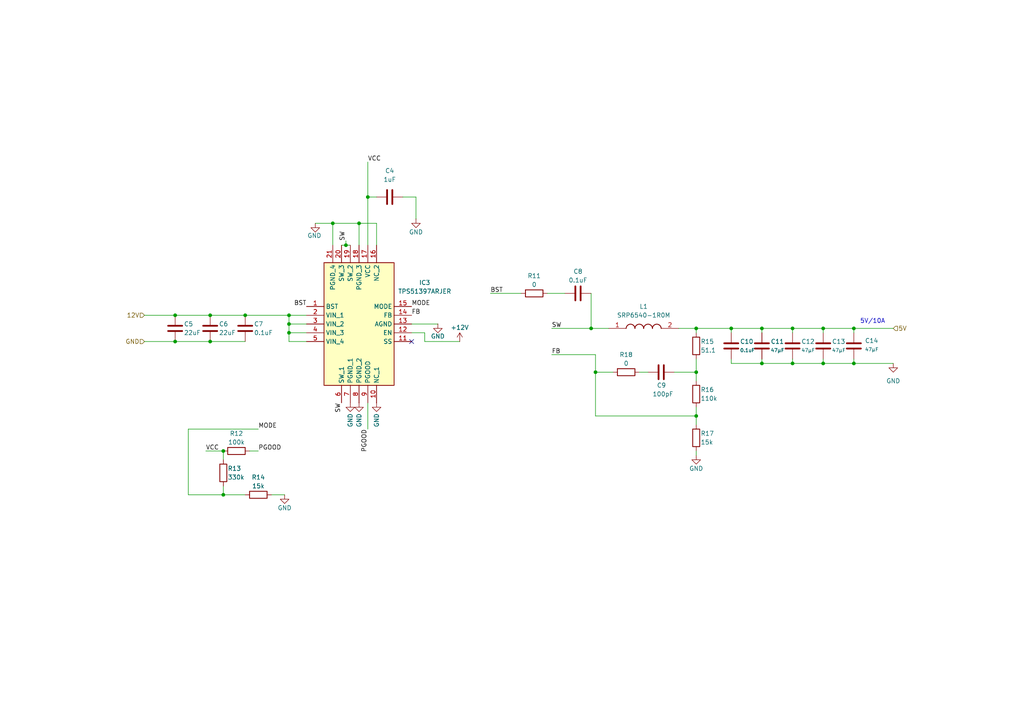
<source format=kicad_sch>
(kicad_sch (version 20231120) (generator "eeschema") (generator_version "8.0")
  (paper "A4")
  (title_block (title "Project_Healthbot_HAT") (date "2024-05-16") (rev "V0.1") (company "HAN Univeristy of Applied Sciences") (comment 1 "Marelle Vink"))
  (lib_symbols
    (symbol "Device:C" (pin_numbers hide) (pin_names (offset 0.254))
      (property "Reference" "C" (at 0.635 2.54 0))
      (property "Value" "C" (at 0.635 -2.54 0))
      (symbol "C_0_1"
        (polyline (pts (xy -2.032 -0.762) (xy 2.032 -0.762)) (stroke (width 0.508)))
        (polyline (pts (xy -2.032 0.762) (xy 2.032 0.762)) (stroke (width 0.508)))
      )
      (symbol "C_1_1"
        (pin passive line (at 0 3.81 270) (length 2.794) (name "~") (number "1"))
        (pin passive line (at 0 -3.81 90) (length 2.794) (name "~") (number "2"))
      )
    )
    (symbol "Device:R" (pin_numbers hide) (pin_names (offset 0))
      (property "Reference" "R" (at 2.032 0 90))
      (property "Value" "R" (at 0 0 90))
      (symbol "R_0_1"
        (rectangle (start -1.016 -2.54) (end 1.016 2.54) (stroke (width 0.254)))
      )
      (symbol "R_1_1"
        (pin passive line (at 0 3.81 270) (length 1.27) (name "~") (number "1"))
        (pin passive line (at 0 -3.81 90) (length 1.27) (name "~") (number "2"))
      )
    )
    (symbol "Healthbot-Symbols:SRP6540-1R0M" (pin_names hide)
      (property "Reference" "L" (at 16.51 6.35 0))
      (property "Value" "SRP6540-1R0M" (at 16.51 3.81 0))
      (symbol "SRP6540-1R0M_1_1"
        (arc (start 7.62 0) (mid 6.35 1.219) (end 5.08 0) (stroke (width 0.254)))
        (arc (start 10.16 0) (mid 8.89 1.219) (end 7.62 0) (stroke (width 0.254)))
        (arc (start 12.7 0) (mid 11.43 1.219) (end 10.16 0) (stroke (width 0.254)))
        (arc (start 15.24 0) (mid 13.97 1.219) (end 12.7 0) (stroke (width 0.254)))
        (pin passive line (at 0 0 0) (length 5.08) (name "1") (number "1"))
        (pin passive line (at 20.32 0 180) (length 5.08) (name "2") (number "2"))
      )
    )
    (symbol "Healthbot-Symbols:TPS51397ARJER"
      (property "Reference" "IC" (at 26.67 17.78 0))
      (property "Value" "TPS51397ARJER" (at 26.67 15.24 0))
      (symbol "TPS51397ARJER_1_1"
        (rectangle (start 5.08 12.7) (end 25.4 -22.86) (stroke (width 0.254)) (fill (type background)))
        (pin passive line (at 0 0 0) (length 5.08) (name "BST") (number "1"))
        (pin passive line (at 20.32 -27.94 90) (length 5.08) (name "NC_1") (number "10"))
        (pin passive line (at 30.48 -10.16 180) (length 5.08) (name "SS") (number "11"))
        (pin passive line (at 30.48 -7.62 180) (length 5.08) (name "EN") (number "12"))
        (pin passive line (at 30.48 -5.08 180) (length 5.08) (name "AGND") (number "13"))
        (pin passive line (at 30.48 -2.54 180) (length 5.08) (name "FB") (number "14"))
        (pin passive line (at 30.48 0 180) (length 5.08) (name "MODE") (number "15"))
        (pin passive line (at 20.32 17.78 270) (length 5.08) (name "NC_2") (number "16"))
        (pin passive line (at 17.78 17.78 270) (length 5.08) (name "VCC") (number "17"))
        (pin passive line (at 15.24 17.78 270) (length 5.08) (name "PGND_3") (number "18"))
        (pin passive line (at 12.7 17.78 270) (length 5.08) (name "SW_2") (number "19"))
        (pin passive line (at 0 -2.54 0) (length 5.08) (name "VIN_1") (number "2"))
        (pin passive line (at 10.16 17.78 270) (length 5.08) (name "SW_3") (number "20"))
        (pin passive line (at 7.62 17.78 270) (length 5.08) (name "PGND_4") (number "21"))
        (pin passive line (at 0 -5.08 0) (length 5.08) (name "VIN_2") (number "3"))
        (pin passive line (at 0 -7.62 0) (length 5.08) (name "VIN_3") (number "4"))
        (pin passive line (at 0 -10.16 0) (length 5.08) (name "VIN_4") (number "5"))
        (pin passive line (at 10.16 -27.94 90) (length 5.08) (name "SW_1") (number "6"))
        (pin passive line (at 12.7 -27.94 90) (length 5.08) (name "PGND_1") (number "7"))
        (pin passive line (at 15.24 -27.94 90) (length 5.08) (name "PGND_2") (number "8"))
        (pin passive line (at 17.78 -27.94 90) (length 5.08) (name "PGOOD") (number "9"))
      )
    )
    (symbol "power:+12V" (power) (pin_numbers hide) (pin_names (offset 0) hide)
      (property "Value" "+12V" (at 0 3.556 0))
      (symbol "+12V_0_1"
        (polyline (pts (xy -0.762 1.27) (xy 0 2.54)))
        (polyline (pts (xy 0 0) (xy 0 2.54)))
        (polyline (pts (xy 0 2.54) (xy 0.762 1.27)))
      )
      (symbol "+12V_1_1"
        (pin power_in line (at 0 0 90) (length 0) (name "~") (number "1"))
      )
    )
    (symbol "power:GND" (power) (pin_numbers hide) (pin_names (offset 0) hide)
      (property "Value" "GND" (at 0 -3.81 0))
      (symbol "GND_0_1"
        (polyline (pts (xy 0 0) (xy 0 -1.27) (xy 1.27 -1.27) (xy 0 -2.54) (xy -1.27 -1.27) (xy 0 -1.27)))
      )
      (symbol "GND_1_1"
        (pin power_in line (at 0 0 270) (length 0) (name "~") (number "1"))
      )
    )
  )
  (junction (at 229.87 95.25))
  (junction (at 83.82 96.52))
  (junction (at 71.12 91.44))
  (junction (at 64.77 143.51))
  (junction (at 247.65 95.25))
  (junction (at 83.82 91.44))
  (junction (at 50.8 99.06))
  (junction (at 172.72 107.95))
  (junction (at 50.8 91.44))
  (junction (at 104.14 64.77))
  (junction (at 238.76 95.25))
  (junction (at 201.93 120.65))
  (junction (at 96.52 64.77))
  (junction (at 201.93 107.95))
  (junction (at 64.77 130.81))
  (junction (at 83.82 93.98))
  (junction (at 212.09 95.25))
  (junction (at 201.93 95.25))
  (junction (at 247.65 105.41))
  (junction (at 100.33 71.12))
  (junction (at 238.76 105.41))
  (junction (at 60.96 99.06))
  (junction (at 106.68 57.15))
  (junction (at 229.87 105.41))
  (junction (at 220.98 95.25))
  (junction (at 60.96 91.44))
  (junction (at 220.98 105.41))
  (junction (at 171.45 95.25))
  (no_connect (at 119.38 99.06))
  (wire (pts (xy 96.52 64.77) (xy 104.14 64.77)))
  (wire (pts (xy 172.72 102.87) (xy 172.72 107.95)))
  (wire (pts (xy 41.91 91.44) (xy 50.8 91.44)))
  (wire (pts (xy 172.72 107.95) (xy 172.72 120.65)))
  (wire (pts (xy 60.96 91.44) (xy 71.12 91.44)))
  (wire (pts (xy 212.09 95.25) (xy 212.09 96.52)))
  (wire (pts (xy 64.77 143.51) (xy 71.12 143.51)))
  (wire (pts (xy 171.45 95.25) (xy 176.53 95.25)))
  (wire (pts (xy 172.72 120.65) (xy 201.93 120.65)))
  (wire (pts (xy 229.87 95.25) (xy 229.87 96.52)))
  (wire (pts (xy 220.98 104.14) (xy 220.98 105.41)))
  (wire (pts (xy 123.19 99.06) (xy 123.19 96.52)))
  (wire (pts (xy 41.91 99.06) (xy 50.8 99.06)))
  (wire (pts (xy 91.44 64.77) (xy 96.52 64.77)))
  (wire (pts (xy 160.02 102.87) (xy 172.72 102.87)))
  (wire (pts (xy 123.19 99.06) (xy 133.35 99.06)))
  (wire (pts (xy 220.98 95.25) (xy 220.98 96.52)))
  (wire (pts (xy 99.06 71.12) (xy 100.33 71.12)))
  (wire (pts (xy 83.82 91.44) (xy 83.82 93.98)))
  (wire (pts (xy 196.85 95.25) (xy 201.93 95.25)))
  (wire (pts (xy 201.93 120.65) (xy 201.93 123.19)))
  (wire (pts (xy 212.09 104.14) (xy 212.09 105.41)))
  (wire (pts (xy 229.87 95.25) (xy 238.76 95.25)))
  (wire (pts (xy 201.93 95.25) (xy 201.93 96.52)))
  (wire (pts (xy 142.24 85.09) (xy 151.13 85.09)))
  (wire (pts (xy 238.76 95.25) (xy 247.65 95.25)))
  (wire (pts (xy 106.68 124.46) (xy 106.68 116.84)))
  (wire (pts (xy 247.65 95.25) (xy 247.65 96.52)))
  (wire (pts (xy 104.14 64.77) (xy 109.22 64.77)))
  (wire (pts (xy 83.82 93.98) (xy 83.82 96.52)))
  (wire (pts (xy 259.08 105.41) (xy 247.65 105.41)))
  (wire (pts (xy 109.22 57.15) (xy 106.68 57.15)))
  (wire (pts (xy 185.42 107.95) (xy 187.96 107.95)))
  (wire (pts (xy 201.93 107.95) (xy 201.93 110.49)))
  (wire (pts (xy 201.93 104.14) (xy 201.93 107.95)))
  (wire (pts (xy 201.93 120.65) (xy 201.93 118.11)))
  (wire (pts (xy 64.77 130.81) (xy 64.77 133.35)))
  (wire (pts (xy 238.76 104.14) (xy 238.76 105.41)))
  (wire (pts (xy 104.14 64.77) (xy 104.14 71.12)))
  (wire (pts (xy 106.68 46.99) (xy 106.68 57.15)))
  (wire (pts (xy 120.65 63.5) (xy 120.65 57.15)))
  (wire (pts (xy 71.12 91.44) (xy 83.82 91.44)))
  (wire (pts (xy 83.82 96.52) (xy 88.9 96.52)))
  (wire (pts (xy 83.82 99.06) (xy 88.9 99.06)))
  (wire (pts (xy 72.39 130.81) (xy 74.93 130.81)))
  (wire (pts (xy 238.76 95.25) (xy 238.76 96.52)))
  (wire (pts (xy 59.69 130.81) (xy 64.77 130.81)))
  (wire (pts (xy 195.58 107.95) (xy 201.93 107.95)))
  (wire (pts (xy 50.8 99.06) (xy 60.96 99.06)))
  (wire (pts (xy 101.6 71.12) (xy 100.33 71.12)))
  (wire (pts (xy 82.55 143.51) (xy 78.74 143.51)))
  (wire (pts (xy 229.87 104.14) (xy 229.87 105.41)))
  (wire (pts (xy 247.65 95.25) (xy 259.08 95.25)))
  (wire (pts (xy 83.82 96.52) (xy 83.82 99.06)))
  (wire (pts (xy 220.98 105.41) (xy 229.87 105.41)))
  (wire (pts (xy 123.19 96.52) (xy 119.38 96.52)))
  (wire (pts (xy 201.93 130.81) (xy 201.93 132.08)))
  (wire (pts (xy 54.61 124.46) (xy 54.61 143.51)))
  (wire (pts (xy 212.09 95.25) (xy 220.98 95.25)))
  (wire (pts (xy 64.77 140.97) (xy 64.77 143.51)))
  (wire (pts (xy 83.82 91.44) (xy 88.9 91.44)))
  (wire (pts (xy 109.22 71.12) (xy 109.22 64.77)))
  (wire (pts (xy 127 93.98) (xy 119.38 93.98)))
  (wire (pts (xy 83.82 93.98) (xy 88.9 93.98)))
  (wire (pts (xy 220.98 95.25) (xy 229.87 95.25)))
  (wire (pts (xy 171.45 85.09) (xy 171.45 95.25)))
  (wire (pts (xy 229.87 105.41) (xy 238.76 105.41)))
  (wire (pts (xy 96.52 64.77) (xy 96.52 71.12)))
  (wire (pts (xy 54.61 143.51) (xy 64.77 143.51)))
  (wire (pts (xy 74.93 124.46) (xy 54.61 124.46)))
  (wire (pts (xy 247.65 104.14) (xy 247.65 105.41)))
  (wire (pts (xy 201.93 95.25) (xy 212.09 95.25)))
  (wire (pts (xy 120.65 57.15) (xy 116.84 57.15)))
  (wire (pts (xy 212.09 105.41) (xy 220.98 105.41)))
  (wire (pts (xy 160.02 95.25) (xy 171.45 95.25)))
  (wire (pts (xy 100.33 71.12) (xy 100.33 69.85)))
  (wire (pts (xy 106.68 57.15) (xy 106.68 71.12)))
  (wire (pts (xy 172.72 107.95) (xy 177.8 107.95)))
  (wire (pts (xy 238.76 105.41) (xy 247.65 105.41)))
  (wire (pts (xy 158.75 85.09) (xy 163.83 85.09)))
  (wire (pts (xy 50.8 91.44) (xy 60.96 91.44)))
  (wire (pts (xy 60.96 99.06) (xy 71.12 99.06)))
  (text "5V/10A" (at 249.428 93.98 0) (effects (font (size 1.27 1.27)) (justify left bottom)))
  (label "FB" (at 119.38 91.44 0))
  (label "SW" (at 99.06 116.84 270))
  (label "VCC" (at 59.69 130.81 0))
  (label "PGOOD" (at 74.93 130.81 0))
  (label "MODE" (at 119.38 88.9 0))
  (label "PGOOD" (at 106.68 124.46 270))
  (label "MODE" (at 74.93 124.46 0))
  (label "FB" (at 160.02 102.87 0))
  (label "VCC" (at 106.68 46.99 0))
  (label "BST" (at 142.24 85.09 0))
  (label "BST" (at 88.9 88.9 180))
  (label "SW" (at 160.02 95.25 0))
  (label "SW" (at 100.33 69.85 90))
  (hierarchical_label "5V" (shape input) (at 259.08 95.25 0))
  (hierarchical_label "GND" (shape input) (at 41.91 99.06 180))
  (hierarchical_label "12V" (shape input) (at 41.91 91.44 180))
  (symbol (lib_id "power:GND") (at 259.08 105.41 0) (unit 1)
    (property "Reference" "#PWR058" (effects (hide yes)))
    (property "Value" "GND" (at 259.08 110.49 0))
    (property "Description" "Power symbol creates a global label with name \"GND\" , ground" (effects (hide yes)))
  )
  (symbol (lib_id "Device:C") (at 71.12 95.25 0) (unit 1)
    (property "Reference" "C7" (at 73.66 93.98 0) (effects (justify left)))
    (property "Value" "0.1uF" (at 73.66 96.52 0) (effects (justify left)))
    (property "Footprint" "Capacitor_SMD:C_0603_1608Metric_Pad1.08x0.95mm_HandSolder" (effects (hide yes)))
  )
  (symbol (lib_id "Device:R") (at 201.93 100.33 0) (unit 1)
    (property "Reference" "R15" (at 203.2 99.06 0) (effects (justify left)))
    (property "Value" "51.1" (at 203.2 101.6 0) (effects (justify left)))
    (property "Footprint" "Resistor_SMD:R_0603_1608Metric_Pad0.98x0.95mm_HandSolder" (effects (hide yes)))
  )
  (symbol (lib_id "power:GND") (at 109.22 116.84 0) (unit 1)
    (property "Reference" "#PWR046" (effects (hide yes)))
    (property "Value" "GND" (at 109.22 121.92 90))
    (property "Description" "Power symbol creates a global label with name \"GND\" , ground" (effects (hide yes)))
  )
  (symbol (lib_id "Device:C") (at 50.8 95.25 0) (unit 1)
    (property "Reference" "C5" (at 53.34 93.98 0) (effects (justify left)))
    (property "Value" "22uF" (at 53.34 96.52 0) (effects (justify left)))
    (property "Footprint" "Capacitor_SMD:C_0603_1608Metric_Pad1.08x0.95mm_HandSolder" (effects (hide yes)))
  )
  (symbol (lib_id "Device:R") (at 201.93 114.3 0) (unit 1)
    (property "Reference" "R16" (at 203.2 113.03 0) (effects (justify left)))
    (property "Value" "110k" (at 203.2 115.57 0) (effects (justify left)))
    (property "Footprint" "Resistor_SMD:R_0603_1608Metric_Pad0.98x0.95mm_HandSolder" (effects (hide yes)))
  )
  (symbol (lib_id "Device:C") (at 212.09 100.33 0) (unit 1)
    (property "Reference" "C10" (at 214.63 99.06 0) (effects (justify left)))
    (property "Value" "0.1uF" (at 214.63 101.6 0) (effects (font (size 1 1)) (justify left)))
    (property "Footprint" "Capacitor_SMD:C_0603_1608Metric_Pad1.08x0.95mm_HandSolder" (effects (hide yes)))
  )
  (symbol (lib_id "Healthbot-Symbols:TPS51397ARJER") (at 88.9 88.9 0) (unit 1)
    (property "Reference" "IC3" (at 123.19 81.9719 0))
    (property "Value" "TPS51397ARJER" (at 123.19 84.5119 0))
    (property "Footprint" "Healthbot-Footprints:QFN45P300X300X100-21N-D" (effects (hide yes)))
    (property "Datasheet" "https://www.ti.com/lit/gpn/tps51397a?HQS=ti-null-null-sf-df-pf-sep-wwe&DCM=yes" (effects (hide yes)))
    (property "Height" "1" (effects (hide yes)))
    (property "Mouser Part Number" "595-TPS51397ARJER" (effects (hide yes)))
    (property "Mouser Price/Stock" "https://www.mouser.co.uk/ProductDetail/Texas-Instruments/TPS51397ARJER?qs=zW32dvEIR3tVIiXzefAlYA%3D%3D" (effects (hide yes)))
    (property "Manufacturer_Name" "Texas Instruments" (effects (hide yes)))
    (property "Manufacturer_Part_Number" "TPS51397ARJER" (effects (hide yes)))
  )
  (symbol (lib_id "power:GND") (at 120.65 63.5 0) (unit 1)
    (property "Reference" "#PWR052" (effects (hide yes)))
    (property "Value" "GND" (at 120.65 67.31 0))
    (property "Description" "Power symbol creates a global label with name \"GND\" , ground" (effects (hide yes)))
  )
  (symbol (lib_id "Device:C") (at 60.96 95.25 0) (unit 1)
    (property "Reference" "C6" (at 63.5 93.98 0) (effects (justify left)))
    (property "Value" "22uF" (at 63.5 96.52 0) (effects (justify left)))
    (property "Footprint" "Capacitor_SMD:C_0603_1608Metric_Pad1.08x0.95mm_HandSolder" (effects (hide yes)))
  )
  (symbol (lib_id "Device:R") (at 201.93 127 0) (unit 1)
    (property "Reference" "R17" (at 203.2 125.73 0) (effects (justify left)))
    (property "Value" "15k" (at 203.2 128.27 0) (effects (justify left)))
    (property "Footprint" "Resistor_SMD:R_0603_1608Metric_Pad0.98x0.95mm_HandSolder" (effects (hide yes)))
  )
  (symbol (lib_id "power:GND") (at 201.93 132.08 0) (unit 1)
    (property "Reference" "#PWR059" (effects (hide yes)))
    (property "Value" "GND" (at 201.93 135.89 0))
    (property "Description" "Power symbol creates a global label with name \"GND\" , ground" (effects (hide yes)))
  )
  (symbol (lib_id "power:GND") (at 82.55 143.51 0) (unit 1)
    (property "Reference" "#PWR056" (effects (hide yes)))
    (property "Value" "GND" (at 82.55 147.32 0))
    (property "Description" "Power symbol creates a global label with name \"GND\" , ground" (effects (hide yes)))
  )
  (symbol (lib_id "Device:R") (at 154.94 85.09 90) (unit 1)
    (property "Reference" "R11" (at 154.94 80.01 90))
    (property "Value" "0" (at 154.94 82.55 90))
    (property "Footprint" "Resistor_SMD:R_0603_1608Metric_Pad0.98x0.95mm_HandSolder" (effects (hide yes)))
  )
  (symbol (lib_id "Device:C") (at 220.98 100.33 0) (unit 1)
    (property "Reference" "C11" (at 223.52 99.06 0) (effects (justify left)))
    (property "Value" "47µF" (at 223.52 101.6 0) (effects (font (size 1 1)) (justify left)))
    (property "Footprint" "Capacitor_SMD:C_0603_1608Metric_Pad1.08x0.95mm_HandSolder" (effects (hide yes)))
  )
  (symbol (lib_id "Device:R") (at 74.93 143.51 90) (unit 1)
    (property "Reference" "R14" (at 74.93 138.43 90))
    (property "Value" "15k" (at 74.93 140.97 90))
    (property "Footprint" "Resistor_SMD:R_0603_1608Metric_Pad0.98x0.95mm_HandSolder" (effects (hide yes)))
  )
  (symbol (lib_id "power:GND") (at 127 93.98 0) (unit 1)
    (property "Reference" "#PWR050" (effects (hide yes)))
    (property "Value" "GND" (at 129.032 97.536 0) (effects (justify right)))
    (property "Description" "Power symbol creates a global label with name \"GND\" , ground" (effects (hide yes)))
  )
  (symbol (lib_id "Device:C") (at 113.03 57.15 90) (unit 1)
    (property "Reference" "C4" (at 113.03 49.53 90))
    (property "Value" "1uF" (at 113.03 52.07 90))
    (property "Footprint" "Capacitor_SMD:C_0603_1608Metric_Pad1.08x0.95mm_HandSolder" (effects (hide yes)))
  )
  (symbol (lib_id "Device:R") (at 68.58 130.81 90) (unit 1)
    (property "Reference" "R12" (at 68.58 125.73 90))
    (property "Value" "100k" (at 68.58 128.27 90))
    (property "Footprint" "Resistor_SMD:R_0603_1608Metric_Pad0.98x0.95mm_HandSolder" (effects (hide yes)))
  )
  (symbol (lib_id "power:+12V") (at 133.35 99.06 0) (unit 1)
    (property "Reference" "#PWR060" (effects (hide yes)))
    (property "Value" "+12V" (at 133.35 94.996 0))
    (property "Description" "Power symbol creates a global label with name \"+12V\"" (effects (hide yes)))
  )
  (symbol (lib_id "Device:R") (at 64.77 137.16 0) (unit 1)
    (property "Reference" "R13" (at 66.04 135.89 0) (effects (justify left)))
    (property "Value" "330k" (at 66.04 138.43 0) (effects (justify left)))
    (property "Footprint" "Resistor_SMD:R_0603_1608Metric_Pad0.98x0.95mm_HandSolder" (effects (hide yes)))
  )
  (symbol (lib_id "Device:C") (at 229.87 100.33 0) (unit 1)
    (property "Reference" "C12" (at 232.41 99.06 0) (effects (justify left)))
    (property "Value" "47µF" (at 232.41 101.6 0) (effects (font (size 1 1)) (justify left)))
    (property "Footprint" "Capacitor_SMD:C_0603_1608Metric_Pad1.08x0.95mm_HandSolder" (effects (hide yes)))
  )
  (symbol (lib_id "power:GND") (at 91.44 64.77 0) (unit 1)
    (property "Reference" "#PWR049" (effects (hide yes)))
    (property "Value" "GND" (at 91.186 68.326 0))
    (property "Description" "Power symbol creates a global label with name \"GND\" , ground" (effects (hide yes)))
  )
  (symbol (lib_id "power:GND") (at 101.6 116.84 0) (unit 1)
    (property "Reference" "#PWR048" (effects (hide yes)))
    (property "Value" "GND" (at 101.6 121.92 90))
    (property "Description" "Power symbol creates a global label with name \"GND\" , ground" (effects (hide yes)))
  )
  (symbol (lib_id "Device:C") (at 247.65 100.33 0) (unit 1)
    (property "Reference" "C14" (at 250.8569 98.8154 0) (effects (justify left)))
    (property "Value" "47µF" (at 250.8569 101.3554 0) (effects (font (size 1 1)) (justify left)))
    (property "Footprint" "Capacitor_SMD:C_0603_1608Metric_Pad1.08x0.95mm_HandSolder" (effects (hide yes)))
  )
  (symbol (lib_id "Device:C") (at 191.77 107.95 270) (unit 1)
    (property "Reference" "C9" (at 190.5 111.76 90) (effects (justify left)))
    (property "Value" "100pF" (at 189.23 114.3 90) (effects (justify left)))
    (property "Footprint" "Capacitor_SMD:C_0603_1608Metric_Pad1.08x0.95mm_HandSolder" (effects (hide yes)))
  )
  (symbol (lib_id "power:GND") (at 104.14 116.84 0) (unit 1)
    (property "Reference" "#PWR047" (effects (hide yes)))
    (property "Value" "GND" (at 104.14 121.92 90))
    (property "Description" "Power symbol creates a global label with name \"GND\" , ground" (effects (hide yes)))
  )
  (symbol (lib_id "Device:R") (at 181.61 107.95 90) (unit 1)
    (property "Reference" "R18" (at 181.61 102.87 90))
    (property "Value" "0" (at 181.61 105.41 90))
    (property "Footprint" "Resistor_SMD:R_0603_1608Metric_Pad0.98x0.95mm_HandSolder" (effects (hide yes)))
  )
  (symbol (lib_id "Device:C") (at 238.76 100.33 0) (unit 1)
    (property "Reference" "C13" (at 241.3 99.06 0) (effects (justify left)))
    (property "Value" "47µF" (at 241.3 101.6 0) (effects (font (size 1 1)) (justify left)))
    (property "Footprint" "Capacitor_SMD:C_0603_1608Metric_Pad1.08x0.95mm_HandSolder" (effects (hide yes)))
  )
  (symbol (lib_id "Healthbot-Symbols:SRP6540-1R0M") (at 176.53 95.25 0) (unit 1)
    (property "Reference" "L1" (at 186.69 88.9 0))
    (property "Value" "SRP6540-1R0M" (at 186.69 91.44 0))
    (property "Footprint" "INDPM7265X400N" (effects (hide yes)))
    (property "Datasheet" "https://www.bourns.com/docs/Product-Datasheets/SRP6540.pdf" (effects (hide yes)))
    (property "Description" "Bourns SRP6540 Series Shielded Wire-wound SMD Inductor with a Iron Core, 1 uH +/-20% Wire-Wound 12A Idc" (effects (hide yes)))
    (property "Height" "4" (effects (hide yes)))
    (property "Manufacturer_Name" "Bourns" (effects (hide yes)))
    (property "Manufacturer_Part_Number" "SRP6540-1R0M" (effects (hide yes)))
  )
  (symbol (lib_id "Device:C") (at 167.64 85.09 90) (unit 1)
    (property "Reference" "C8" (at 167.64 78.74 90))
    (property "Value" "0.1uF" (at 167.64 81.28 90))
    (property "Footprint" "Capacitor_SMD:C_0603_1608Metric_Pad1.08x0.95mm_HandSolder" (effects (hide yes)))
  )
)
</source>
